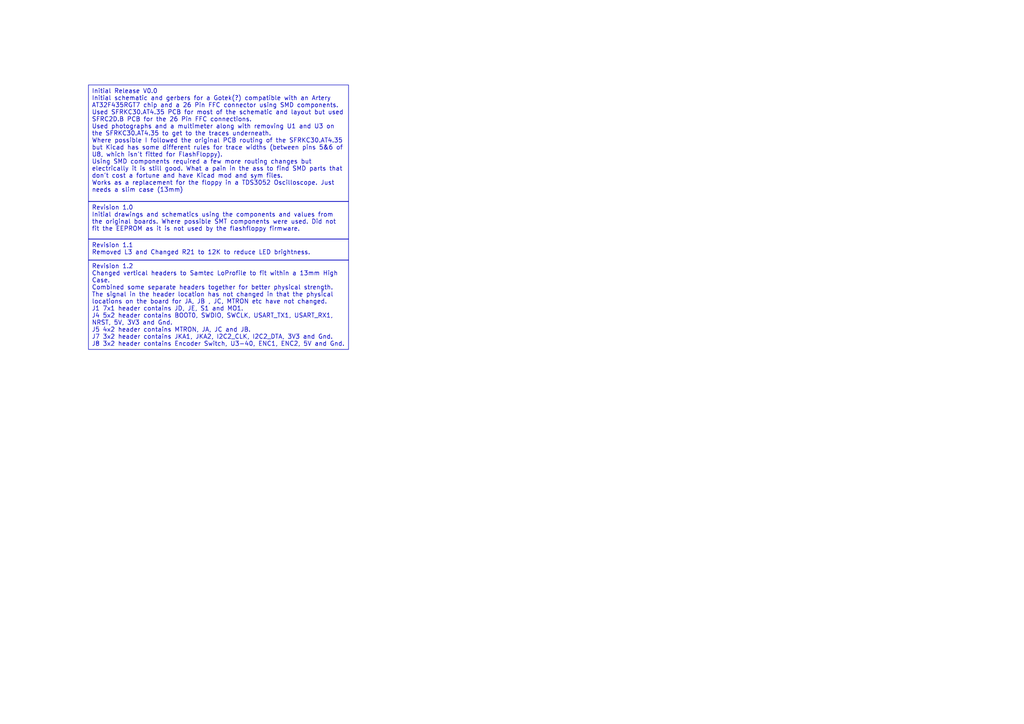
<source format=kicad_sch>
(kicad_sch
	(version 20250114)
	(generator "eeschema")
	(generator_version "9.0")
	(uuid "a745de8c-9216-4cf7-9a91-94bf71b6bd6b")
	(paper "A4")
	(title_block
		(title "Gotek(?) SMD Handrawn Schematic, Layout and Gerbers")
		(date "2025-06-07")
		(rev "1.2")
		(company "LiveBoxAndy")
		(comment 1 "PCB photographs from both source PCB's were used for a majority of the routing.")
		(comment 2 "Used SFRC2D.B PCB for the 26 Pin FFC connections and some of the headers")
		(comment 3 "Used SFRKC30.AT4.35 PCB for most of the schematic and layout.")
		(comment 4 "Mating of an AT32F415 26 Pin Connector with the electronics from a 34 Pin AT32F435 Gotek")
	)
	(lib_symbols)
	(text_box "Revision 1.1\nRemoved L3 and Changed R21 to 12K to reduce LED brightness."
		(exclude_from_sim no)
		(at 25.654 69.342 0)
		(size 75.438 6.096)
		(margins 0.9525 0.9525 0.9525 0.9525)
		(stroke
			(width 0)
			(type solid)
		)
		(fill
			(type none)
		)
		(effects
			(font
				(size 1.27 1.27)
			)
			(justify left top)
		)
		(uuid "0f337a16-3e6c-4bcf-b9f5-68645069f2f5")
	)
	(text_box "Revision 1.0\nInitial drawings and schematics using the components and values from the original boards. Where possible SMT components were used. Did not fit the EEPROM as it is not used by the flashfloppy firmware.\n"
		(exclude_from_sim no)
		(at 25.654 58.42 0)
		(size 75.438 10.922)
		(margins 0.9525 0.9525 0.9525 0.9525)
		(stroke
			(width 0)
			(type solid)
		)
		(fill
			(type none)
		)
		(effects
			(font
				(size 1.27 1.27)
			)
			(justify left top)
		)
		(uuid "ca7ae5a0-3f6f-4cc9-8417-fe2b94f37d1d")
	)
	(text_box "Initial Release V0.0\nInitial schematic and gerbers for a Gotek(?) compatible with an Artery AT32F435RGT7 chip and a 26 Pin FFC connector using SMD components.\nUsed SFRKC30.AT4.35 PCB for most of the schematic and layout but used SFRC2D.B PCB for the 26 Pin FFC connections.\nUsed photographs and a multimeter along with removing U1 and U3 on the SFRKC30.AT4.35 to get to the traces underneath.\nWhere possible I followed the original PCB routing of the SFRKC30.AT4.35 but Kicad has some different rules for trace widths (between pins 5&6 of U8, which isn't fitted for FlashFloppy).\nUsing SMD components required a few more routing changes but electrically it is still good. What a pain in the ass to find SMD parts that don't cost a fortune and have Kicad mod and sym files.\nWorks as a replacement for the floppy in a TDS3052 Oscilloscope. Just needs a slim case (13mm)\n\n"
		(exclude_from_sim no)
		(at 25.654 24.638 0)
		(size 75.438 33.782)
		(margins 0.9525 0.9525 0.9525 0.9525)
		(stroke
			(width 0)
			(type solid)
		)
		(fill
			(type none)
		)
		(effects
			(font
				(size 1.27 1.27)
			)
			(justify left top)
		)
		(uuid "cbee9464-fb4f-47ae-aa65-2daaf954e62c")
	)
	(text_box "Revision 1.2\nChanged vertical headers to Samtec LoProfile to fit within a 13mm High Case.\nCombined some separate headers together for better physical strength. The signal in the header location has not changed in that the physical locations on the board for JA, JB , JC, MTRON etc have not changed.\nJ1 7x1 header contains JD, JE, S1 and MO1.\nJ4 5x2 header contains BOOT0, SWDIO, SWCLK, USART_TX1, USART_RX1, NRST, 5V, 3V3 and Gnd.\nJ5 4x2 header contains MTRON, JA, JC and JB.\nJ7 3x2 header contains JKA1, JKA2, I2C2_CLK, I2C2_DTA, 3V3 and Gnd.\nJ8 3x2 header contains Encoder Switch, U3-40, ENC1, ENC2, 5V and Gnd.\n"
		(exclude_from_sim no)
		(at 25.654 75.438 0)
		(size 75.438 25.908)
		(margins 0.9525 0.9525 0.9525 0.9525)
		(stroke
			(width 0)
			(type solid)
		)
		(fill
			(type none)
		)
		(effects
			(font
				(size 1.27 1.27)
			)
			(justify left top)
		)
		(uuid "facee032-694b-4ee9-9784-9922822e4c63")
	)
)

</source>
